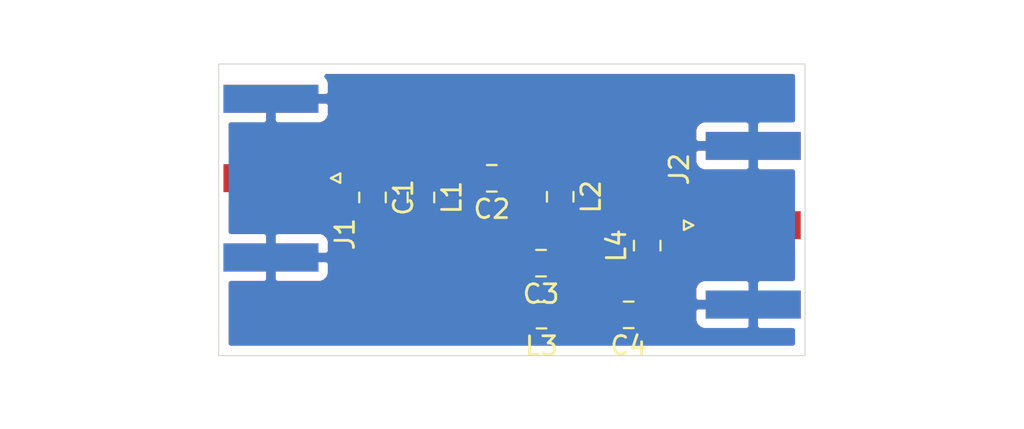
<source format=kicad_pcb>
(kicad_pcb (version 20171130) (host pcbnew "(6.0.0-rc1-dev-305-gf0b8b21)")

  (general
    (thickness 1.6)
    (drawings 5)
    (tracks 13)
    (zones 0)
    (modules 10)
    (nets 7)
  )

  (page A4)
  (layers
    (0 F.Cu signal)
    (31 B.Cu signal)
    (32 B.Adhes user)
    (33 F.Adhes user)
    (34 B.Paste user)
    (35 F.Paste user)
    (36 B.SilkS user)
    (37 F.SilkS user)
    (38 B.Mask user)
    (39 F.Mask user)
    (40 Dwgs.User user)
    (41 Cmts.User user)
    (42 Eco1.User user)
    (43 Eco2.User user)
    (44 Edge.Cuts user)
    (45 Margin user)
    (46 B.CrtYd user)
    (47 F.CrtYd user)
    (48 B.Fab user)
    (49 F.Fab user)
  )

  (setup
    (last_trace_width 0.25)
    (trace_clearance 0.2)
    (zone_clearance 0.508)
    (zone_45_only no)
    (trace_min 0.2)
    (via_size 0.8)
    (via_drill 0.4)
    (via_min_size 0.4)
    (via_min_drill 0.3)
    (uvia_size 0.3)
    (uvia_drill 0.1)
    (uvias_allowed no)
    (uvia_min_size 0.2)
    (uvia_min_drill 0.1)
    (edge_width 0.05)
    (segment_width 0.2)
    (pcb_text_width 0.3)
    (pcb_text_size 1.5 1.5)
    (mod_edge_width 0.12)
    (mod_text_size 1 1)
    (mod_text_width 0.15)
    (pad_size 1.524 1.524)
    (pad_drill 0.762)
    (pad_to_mask_clearance 0.2)
    (aux_axis_origin 0 0)
    (visible_elements FFFFFF7F)
    (pcbplotparams
      (layerselection 0x01000_ffffffff)
      (usegerberextensions false)
      (usegerberattributes false)
      (usegerberadvancedattributes false)
      (creategerberjobfile false)
      (excludeedgelayer true)
      (linewidth 0.100000)
      (plotframeref false)
      (viasonmask false)
      (mode 1)
      (useauxorigin false)
      (hpglpennumber 1)
      (hpglpenspeed 20)
      (hpglpendiameter 15.000000)
      (psnegative false)
      (psa4output false)
      (plotreference true)
      (plotvalue true)
      (plotinvisibletext false)
      (padsonsilk false)
      (subtractmaskfromsilk false)
      (outputformat 1)
      (mirror false)
      (drillshape 0)
      (scaleselection 1)
      (outputdirectory "29.4MHz Bandpass Filter/"))
  )

  (net 0 "")
  (net 1 "Net-(C1-Pad1)")
  (net 2 GND)
  (net 3 "Net-(C2-Pad1)")
  (net 4 "Net-(C3-Pad1)")
  (net 5 "Net-(C4-Pad1)")
  (net 6 "Net-(J2-Pad1)")

  (net_class Default "This is the default net class."
    (clearance 0.2)
    (trace_width 0.25)
    (via_dia 0.8)
    (via_drill 0.4)
    (uvia_dia 0.3)
    (uvia_drill 0.1)
    (add_net GND)
    (add_net "Net-(C1-Pad1)")
    (add_net "Net-(C2-Pad1)")
    (add_net "Net-(C3-Pad1)")
    (add_net "Net-(C4-Pad1)")
    (add_net "Net-(J2-Pad1)")
  )

  (module Capacitor_SMD:C_0805_2012Metric_Pad1.15x1.40mm_HandSolder (layer F.Cu) (tedit 5B36C52B) (tstamp 5E1507B8)
    (at 133.5786 82.3304 270)
    (descr "Capacitor SMD 0805 (2012 Metric), square (rectangular) end terminal, IPC_7351 nominal with elongated pad for handsoldering. (Body size source: https://docs.google.com/spreadsheets/d/1BsfQQcO9C6DZCsRaXUlFlo91Tg2WpOkGARC1WS5S8t0/edit?usp=sharing), generated with kicad-footprint-generator")
    (tags "capacitor handsolder")
    (path /5E150013)
    (attr smd)
    (fp_text reference C1 (at 0 -1.65 270) (layer F.SilkS)
      (effects (font (size 1 1) (thickness 0.15)))
    )
    (fp_text value C (at 0 1.65 270) (layer F.Fab)
      (effects (font (size 1 1) (thickness 0.15)))
    )
    (fp_line (start -1 0.6) (end -1 -0.6) (layer F.Fab) (width 0.1))
    (fp_line (start -1 -0.6) (end 1 -0.6) (layer F.Fab) (width 0.1))
    (fp_line (start 1 -0.6) (end 1 0.6) (layer F.Fab) (width 0.1))
    (fp_line (start 1 0.6) (end -1 0.6) (layer F.Fab) (width 0.1))
    (fp_line (start -0.261252 -0.71) (end 0.261252 -0.71) (layer F.SilkS) (width 0.12))
    (fp_line (start -0.261252 0.71) (end 0.261252 0.71) (layer F.SilkS) (width 0.12))
    (fp_line (start -1.85 0.95) (end -1.85 -0.95) (layer F.CrtYd) (width 0.05))
    (fp_line (start -1.85 -0.95) (end 1.85 -0.95) (layer F.CrtYd) (width 0.05))
    (fp_line (start 1.85 -0.95) (end 1.85 0.95) (layer F.CrtYd) (width 0.05))
    (fp_line (start 1.85 0.95) (end -1.85 0.95) (layer F.CrtYd) (width 0.05))
    (fp_text user %R (at 0 0 270) (layer F.Fab)
      (effects (font (size 0.5 0.5) (thickness 0.08)))
    )
    (pad 1 smd roundrect (at -1.025 0 270) (size 1.15 1.4) (layers F.Cu F.Paste F.Mask) (roundrect_rratio 0.217391)
      (net 1 "Net-(C1-Pad1)"))
    (pad 2 smd roundrect (at 1.025 0 270) (size 1.15 1.4) (layers F.Cu F.Paste F.Mask) (roundrect_rratio 0.217391)
      (net 2 GND))
    (model ${KISYS3DMOD}/Capacitor_SMD.3dshapes/C_0805_2012Metric.wrl
      (at (xyz 0 0 0))
      (scale (xyz 1 1 1))
      (rotate (xyz 0 0 0))
    )
  )

  (module Capacitor_SMD:C_0805_2012Metric_Pad1.15x1.40mm_HandSolder (layer F.Cu) (tedit 5B36C52B) (tstamp 5E1507C9)
    (at 139.963 81.3054 180)
    (descr "Capacitor SMD 0805 (2012 Metric), square (rectangular) end terminal, IPC_7351 nominal with elongated pad for handsoldering. (Body size source: https://docs.google.com/spreadsheets/d/1BsfQQcO9C6DZCsRaXUlFlo91Tg2WpOkGARC1WS5S8t0/edit?usp=sharing), generated with kicad-footprint-generator")
    (tags "capacitor handsolder")
    (path /5E150376)
    (attr smd)
    (fp_text reference C2 (at 0 -1.65 180) (layer F.SilkS)
      (effects (font (size 1 1) (thickness 0.15)))
    )
    (fp_text value C (at 0 1.65 180) (layer F.Fab)
      (effects (font (size 1 1) (thickness 0.15)))
    )
    (fp_text user %R (at 0 0 180) (layer F.Fab)
      (effects (font (size 0.5 0.5) (thickness 0.08)))
    )
    (fp_line (start 1.85 0.95) (end -1.85 0.95) (layer F.CrtYd) (width 0.05))
    (fp_line (start 1.85 -0.95) (end 1.85 0.95) (layer F.CrtYd) (width 0.05))
    (fp_line (start -1.85 -0.95) (end 1.85 -0.95) (layer F.CrtYd) (width 0.05))
    (fp_line (start -1.85 0.95) (end -1.85 -0.95) (layer F.CrtYd) (width 0.05))
    (fp_line (start -0.261252 0.71) (end 0.261252 0.71) (layer F.SilkS) (width 0.12))
    (fp_line (start -0.261252 -0.71) (end 0.261252 -0.71) (layer F.SilkS) (width 0.12))
    (fp_line (start 1 0.6) (end -1 0.6) (layer F.Fab) (width 0.1))
    (fp_line (start 1 -0.6) (end 1 0.6) (layer F.Fab) (width 0.1))
    (fp_line (start -1 -0.6) (end 1 -0.6) (layer F.Fab) (width 0.1))
    (fp_line (start -1 0.6) (end -1 -0.6) (layer F.Fab) (width 0.1))
    (pad 2 smd roundrect (at 1.025 0 180) (size 1.15 1.4) (layers F.Cu F.Paste F.Mask) (roundrect_rratio 0.217391)
      (net 1 "Net-(C1-Pad1)"))
    (pad 1 smd roundrect (at -1.025 0 180) (size 1.15 1.4) (layers F.Cu F.Paste F.Mask) (roundrect_rratio 0.217391)
      (net 3 "Net-(C2-Pad1)"))
    (model ${KISYS3DMOD}/Capacitor_SMD.3dshapes/C_0805_2012Metric.wrl
      (at (xyz 0 0 0))
      (scale (xyz 1 1 1))
      (rotate (xyz 0 0 0))
    )
  )

  (module Capacitor_SMD:C_0805_2012Metric_Pad1.15x1.40mm_HandSolder (layer F.Cu) (tedit 5B36C52B) (tstamp 5E1507DA)
    (at 142.5956 85.852 180)
    (descr "Capacitor SMD 0805 (2012 Metric), square (rectangular) end terminal, IPC_7351 nominal with elongated pad for handsoldering. (Body size source: https://docs.google.com/spreadsheets/d/1BsfQQcO9C6DZCsRaXUlFlo91Tg2WpOkGARC1WS5S8t0/edit?usp=sharing), generated with kicad-footprint-generator")
    (tags "capacitor handsolder")
    (path /5E150479)
    (attr smd)
    (fp_text reference C3 (at 0 -1.65 180) (layer F.SilkS)
      (effects (font (size 1 1) (thickness 0.15)))
    )
    (fp_text value C (at 0 1.65 180) (layer F.Fab)
      (effects (font (size 1 1) (thickness 0.15)))
    )
    (fp_line (start -1 0.6) (end -1 -0.6) (layer F.Fab) (width 0.1))
    (fp_line (start -1 -0.6) (end 1 -0.6) (layer F.Fab) (width 0.1))
    (fp_line (start 1 -0.6) (end 1 0.6) (layer F.Fab) (width 0.1))
    (fp_line (start 1 0.6) (end -1 0.6) (layer F.Fab) (width 0.1))
    (fp_line (start -0.261252 -0.71) (end 0.261252 -0.71) (layer F.SilkS) (width 0.12))
    (fp_line (start -0.261252 0.71) (end 0.261252 0.71) (layer F.SilkS) (width 0.12))
    (fp_line (start -1.85 0.95) (end -1.85 -0.95) (layer F.CrtYd) (width 0.05))
    (fp_line (start -1.85 -0.95) (end 1.85 -0.95) (layer F.CrtYd) (width 0.05))
    (fp_line (start 1.85 -0.95) (end 1.85 0.95) (layer F.CrtYd) (width 0.05))
    (fp_line (start 1.85 0.95) (end -1.85 0.95) (layer F.CrtYd) (width 0.05))
    (fp_text user %R (at 0 0 180) (layer F.Fab)
      (effects (font (size 0.5 0.5) (thickness 0.08)))
    )
    (pad 1 smd roundrect (at -1.025 0 180) (size 1.15 1.4) (layers F.Cu F.Paste F.Mask) (roundrect_rratio 0.217391)
      (net 4 "Net-(C3-Pad1)"))
    (pad 2 smd roundrect (at 1.025 0 180) (size 1.15 1.4) (layers F.Cu F.Paste F.Mask) (roundrect_rratio 0.217391)
      (net 2 GND))
    (model ${KISYS3DMOD}/Capacitor_SMD.3dshapes/C_0805_2012Metric.wrl
      (at (xyz 0 0 0))
      (scale (xyz 1 1 1))
      (rotate (xyz 0 0 0))
    )
  )

  (module Capacitor_SMD:C_0805_2012Metric_Pad1.15x1.40mm_HandSolder (layer F.Cu) (tedit 5B36C52B) (tstamp 5E1507EB)
    (at 147.2856 88.6206 180)
    (descr "Capacitor SMD 0805 (2012 Metric), square (rectangular) end terminal, IPC_7351 nominal with elongated pad for handsoldering. (Body size source: https://docs.google.com/spreadsheets/d/1BsfQQcO9C6DZCsRaXUlFlo91Tg2WpOkGARC1WS5S8t0/edit?usp=sharing), generated with kicad-footprint-generator")
    (tags "capacitor handsolder")
    (path /5E150557)
    (attr smd)
    (fp_text reference C4 (at 0 -1.65 180) (layer F.SilkS)
      (effects (font (size 1 1) (thickness 0.15)))
    )
    (fp_text value C (at 0 1.65 180) (layer F.Fab)
      (effects (font (size 1 1) (thickness 0.15)))
    )
    (fp_text user %R (at 0 0 180) (layer F.Fab)
      (effects (font (size 0.5 0.5) (thickness 0.08)))
    )
    (fp_line (start 1.85 0.95) (end -1.85 0.95) (layer F.CrtYd) (width 0.05))
    (fp_line (start 1.85 -0.95) (end 1.85 0.95) (layer F.CrtYd) (width 0.05))
    (fp_line (start -1.85 -0.95) (end 1.85 -0.95) (layer F.CrtYd) (width 0.05))
    (fp_line (start -1.85 0.95) (end -1.85 -0.95) (layer F.CrtYd) (width 0.05))
    (fp_line (start -0.261252 0.71) (end 0.261252 0.71) (layer F.SilkS) (width 0.12))
    (fp_line (start -0.261252 -0.71) (end 0.261252 -0.71) (layer F.SilkS) (width 0.12))
    (fp_line (start 1 0.6) (end -1 0.6) (layer F.Fab) (width 0.1))
    (fp_line (start 1 -0.6) (end 1 0.6) (layer F.Fab) (width 0.1))
    (fp_line (start -1 -0.6) (end 1 -0.6) (layer F.Fab) (width 0.1))
    (fp_line (start -1 0.6) (end -1 -0.6) (layer F.Fab) (width 0.1))
    (pad 2 smd roundrect (at 1.025 0 180) (size 1.15 1.4) (layers F.Cu F.Paste F.Mask) (roundrect_rratio 0.217391)
      (net 4 "Net-(C3-Pad1)"))
    (pad 1 smd roundrect (at -1.025 0 180) (size 1.15 1.4) (layers F.Cu F.Paste F.Mask) (roundrect_rratio 0.217391)
      (net 5 "Net-(C4-Pad1)"))
    (model ${KISYS3DMOD}/Capacitor_SMD.3dshapes/C_0805_2012Metric.wrl
      (at (xyz 0 0 0))
      (scale (xyz 1 1 1))
      (rotate (xyz 0 0 0))
    )
  )

  (module Connector_Coaxial:SMA_Amphenol_132289_EdgeMount (layer F.Cu) (tedit 5A1C1810) (tstamp 5E15080E)
    (at 128.143 81.297001 180)
    (descr http://www.amphenolrf.com/132289.html)
    (tags SMA)
    (path /5E150695)
    (attr smd)
    (fp_text reference J1 (at -3.96 -3 270) (layer F.SilkS)
      (effects (font (size 1 1) (thickness 0.15)))
    )
    (fp_text value Conn_Coaxial (at 5 6 180) (layer F.Fab)
      (effects (font (size 1 1) (thickness 0.15)))
    )
    (fp_line (start -3.71 0.25) (end -3.21 0) (layer F.SilkS) (width 0.12))
    (fp_line (start -3.71 -0.25) (end -3.71 0.25) (layer F.SilkS) (width 0.12))
    (fp_line (start -3.21 0) (end -3.71 -0.25) (layer F.SilkS) (width 0.12))
    (fp_line (start 3.54 0) (end 2.54 0.75) (layer F.Fab) (width 0.1))
    (fp_line (start 2.54 -0.75) (end 3.54 0) (layer F.Fab) (width 0.1))
    (fp_text user %R (at 4.79 0 90) (layer F.Fab)
      (effects (font (size 1 1) (thickness 0.15)))
    )
    (fp_line (start 14.47 -5.58) (end -3.04 -5.58) (layer F.CrtYd) (width 0.05))
    (fp_line (start 14.47 -5.58) (end 14.47 5.58) (layer F.CrtYd) (width 0.05))
    (fp_line (start 14.47 5.58) (end -3.04 5.58) (layer F.CrtYd) (width 0.05))
    (fp_line (start -3.04 5.58) (end -3.04 -5.58) (layer F.CrtYd) (width 0.05))
    (fp_line (start 14.47 -5.58) (end -3.04 -5.58) (layer B.CrtYd) (width 0.05))
    (fp_line (start 14.47 -5.58) (end 14.47 5.58) (layer B.CrtYd) (width 0.05))
    (fp_line (start 14.47 5.58) (end -3.04 5.58) (layer B.CrtYd) (width 0.05))
    (fp_line (start -3.04 5.58) (end -3.04 -5.58) (layer B.CrtYd) (width 0.05))
    (fp_line (start 4.445 -3.81) (end 13.97 -3.81) (layer F.Fab) (width 0.1))
    (fp_line (start 13.97 -3.81) (end 13.97 3.81) (layer F.Fab) (width 0.1))
    (fp_line (start 13.97 3.81) (end 4.445 3.81) (layer F.Fab) (width 0.1))
    (fp_line (start 4.445 5.08) (end 4.445 3.81) (layer F.Fab) (width 0.1))
    (fp_line (start 4.445 -3.81) (end 4.445 -5.08) (layer F.Fab) (width 0.1))
    (fp_line (start -1.91 -5.08) (end 4.445 -5.08) (layer F.Fab) (width 0.1))
    (fp_line (start -1.91 -5.08) (end -1.91 -3.81) (layer F.Fab) (width 0.1))
    (fp_line (start -1.91 -3.81) (end 2.54 -3.81) (layer F.Fab) (width 0.1))
    (fp_line (start 2.54 -3.81) (end 2.54 3.81) (layer F.Fab) (width 0.1))
    (fp_line (start 2.54 3.81) (end -1.91 3.81) (layer F.Fab) (width 0.1))
    (fp_line (start -1.91 3.81) (end -1.91 5.08) (layer F.Fab) (width 0.1))
    (fp_line (start -1.91 5.08) (end 4.445 5.08) (layer F.Fab) (width 0.1))
    (pad 2 smd rect (at 0 4.25 270) (size 1.5 5.08) (layers B.Cu B.Paste B.Mask)
      (net 2 GND))
    (pad 2 smd rect (at 0 -4.25 270) (size 1.5 5.08) (layers B.Cu B.Paste B.Mask)
      (net 2 GND))
    (pad 2 smd rect (at 0 4.25 270) (size 1.5 5.08) (layers F.Cu F.Paste F.Mask)
      (net 2 GND))
    (pad 2 smd rect (at 0 -4.25 270) (size 1.5 5.08) (layers F.Cu F.Paste F.Mask)
      (net 2 GND))
    (pad 1 smd rect (at 0 0 270) (size 1.5 5.08) (layers F.Cu F.Paste F.Mask)
      (net 1 "Net-(C1-Pad1)"))
    (model ${KISYS3DMOD}/Connector_Coaxial.3dshapes/SMA_Amphenol_132289_EdgeMount.wrl
      (at (xyz 0 0 0))
      (scale (xyz 1 1 1))
      (rotate (xyz 0 0 0))
    )
  )

  (module Connector_Coaxial:SMA_Amphenol_132289_EdgeMount (layer F.Cu) (tedit 5A1C1810) (tstamp 5E150831)
    (at 153.9494 83.82)
    (descr http://www.amphenolrf.com/132289.html)
    (tags SMA)
    (path /5E150C14)
    (attr smd)
    (fp_text reference J2 (at -3.96 -3 90) (layer F.SilkS)
      (effects (font (size 1 1) (thickness 0.15)))
    )
    (fp_text value Conn_Coaxial (at 5 6) (layer F.Fab)
      (effects (font (size 1 1) (thickness 0.15)))
    )
    (fp_line (start -1.91 5.08) (end 4.445 5.08) (layer F.Fab) (width 0.1))
    (fp_line (start -1.91 3.81) (end -1.91 5.08) (layer F.Fab) (width 0.1))
    (fp_line (start 2.54 3.81) (end -1.91 3.81) (layer F.Fab) (width 0.1))
    (fp_line (start 2.54 -3.81) (end 2.54 3.81) (layer F.Fab) (width 0.1))
    (fp_line (start -1.91 -3.81) (end 2.54 -3.81) (layer F.Fab) (width 0.1))
    (fp_line (start -1.91 -5.08) (end -1.91 -3.81) (layer F.Fab) (width 0.1))
    (fp_line (start -1.91 -5.08) (end 4.445 -5.08) (layer F.Fab) (width 0.1))
    (fp_line (start 4.445 -3.81) (end 4.445 -5.08) (layer F.Fab) (width 0.1))
    (fp_line (start 4.445 5.08) (end 4.445 3.81) (layer F.Fab) (width 0.1))
    (fp_line (start 13.97 3.81) (end 4.445 3.81) (layer F.Fab) (width 0.1))
    (fp_line (start 13.97 -3.81) (end 13.97 3.81) (layer F.Fab) (width 0.1))
    (fp_line (start 4.445 -3.81) (end 13.97 -3.81) (layer F.Fab) (width 0.1))
    (fp_line (start -3.04 5.58) (end -3.04 -5.58) (layer B.CrtYd) (width 0.05))
    (fp_line (start 14.47 5.58) (end -3.04 5.58) (layer B.CrtYd) (width 0.05))
    (fp_line (start 14.47 -5.58) (end 14.47 5.58) (layer B.CrtYd) (width 0.05))
    (fp_line (start 14.47 -5.58) (end -3.04 -5.58) (layer B.CrtYd) (width 0.05))
    (fp_line (start -3.04 5.58) (end -3.04 -5.58) (layer F.CrtYd) (width 0.05))
    (fp_line (start 14.47 5.58) (end -3.04 5.58) (layer F.CrtYd) (width 0.05))
    (fp_line (start 14.47 -5.58) (end 14.47 5.58) (layer F.CrtYd) (width 0.05))
    (fp_line (start 14.47 -5.58) (end -3.04 -5.58) (layer F.CrtYd) (width 0.05))
    (fp_text user %R (at 4.79 0 270) (layer F.Fab)
      (effects (font (size 1 1) (thickness 0.15)))
    )
    (fp_line (start 2.54 -0.75) (end 3.54 0) (layer F.Fab) (width 0.1))
    (fp_line (start 3.54 0) (end 2.54 0.75) (layer F.Fab) (width 0.1))
    (fp_line (start -3.21 0) (end -3.71 -0.25) (layer F.SilkS) (width 0.12))
    (fp_line (start -3.71 -0.25) (end -3.71 0.25) (layer F.SilkS) (width 0.12))
    (fp_line (start -3.71 0.25) (end -3.21 0) (layer F.SilkS) (width 0.12))
    (pad 1 smd rect (at 0 0 90) (size 1.5 5.08) (layers F.Cu F.Paste F.Mask)
      (net 6 "Net-(J2-Pad1)"))
    (pad 2 smd rect (at 0 -4.25 90) (size 1.5 5.08) (layers F.Cu F.Paste F.Mask)
      (net 2 GND))
    (pad 2 smd rect (at 0 4.25 90) (size 1.5 5.08) (layers F.Cu F.Paste F.Mask)
      (net 2 GND))
    (pad 2 smd rect (at 0 -4.25 90) (size 1.5 5.08) (layers B.Cu B.Paste B.Mask)
      (net 2 GND))
    (pad 2 smd rect (at 0 4.25 90) (size 1.5 5.08) (layers B.Cu B.Paste B.Mask)
      (net 2 GND))
    (model ${KISYS3DMOD}/Connector_Coaxial.3dshapes/SMA_Amphenol_132289_EdgeMount.wrl
      (at (xyz 0 0 0))
      (scale (xyz 1 1 1))
      (rotate (xyz 0 0 0))
    )
  )

  (module Inductor_SMD:L_0805_2012Metric_Pad1.15x1.40mm_HandSolder (layer F.Cu) (tedit 5B36C52B) (tstamp 5E150842)
    (at 136.1694 82.3304 270)
    (descr "Capacitor SMD 0805 (2012 Metric), square (rectangular) end terminal, IPC_7351 nominal with elongated pad for handsoldering. (Body size source: https://docs.google.com/spreadsheets/d/1BsfQQcO9C6DZCsRaXUlFlo91Tg2WpOkGARC1WS5S8t0/edit?usp=sharing), generated with kicad-footprint-generator")
    (tags "inductor handsolder")
    (path /5E14FFB1)
    (attr smd)
    (fp_text reference L1 (at 0 -1.65 270) (layer F.SilkS)
      (effects (font (size 1 1) (thickness 0.15)))
    )
    (fp_text value INDUCTOR (at 0 1.65 270) (layer F.Fab)
      (effects (font (size 1 1) (thickness 0.15)))
    )
    (fp_line (start -1 0.6) (end -1 -0.6) (layer F.Fab) (width 0.1))
    (fp_line (start -1 -0.6) (end 1 -0.6) (layer F.Fab) (width 0.1))
    (fp_line (start 1 -0.6) (end 1 0.6) (layer F.Fab) (width 0.1))
    (fp_line (start 1 0.6) (end -1 0.6) (layer F.Fab) (width 0.1))
    (fp_line (start -0.261252 -0.71) (end 0.261252 -0.71) (layer F.SilkS) (width 0.12))
    (fp_line (start -0.261252 0.71) (end 0.261252 0.71) (layer F.SilkS) (width 0.12))
    (fp_line (start -1.85 0.95) (end -1.85 -0.95) (layer F.CrtYd) (width 0.05))
    (fp_line (start -1.85 -0.95) (end 1.85 -0.95) (layer F.CrtYd) (width 0.05))
    (fp_line (start 1.85 -0.95) (end 1.85 0.95) (layer F.CrtYd) (width 0.05))
    (fp_line (start 1.85 0.95) (end -1.85 0.95) (layer F.CrtYd) (width 0.05))
    (fp_text user %R (at 0 0 270) (layer F.Fab)
      (effects (font (size 0.5 0.5) (thickness 0.08)))
    )
    (pad 1 smd roundrect (at -1.025 0 270) (size 1.15 1.4) (layers F.Cu F.Paste F.Mask) (roundrect_rratio 0.217391)
      (net 1 "Net-(C1-Pad1)"))
    (pad 2 smd roundrect (at 1.025 0 270) (size 1.15 1.4) (layers F.Cu F.Paste F.Mask) (roundrect_rratio 0.217391)
      (net 2 GND))
    (model ${KISYS3DMOD}/Inductor_SMD.3dshapes/L_0805_2012Metric.wrl
      (at (xyz 0 0 0))
      (scale (xyz 1 1 1))
      (rotate (xyz 0 0 0))
    )
  )

  (module Inductor_SMD:L_0805_2012Metric_Pad1.15x1.40mm_HandSolder (layer F.Cu) (tedit 5B36C52B) (tstamp 5E150853)
    (at 143.6206 82.296 270)
    (descr "Capacitor SMD 0805 (2012 Metric), square (rectangular) end terminal, IPC_7351 nominal with elongated pad for handsoldering. (Body size source: https://docs.google.com/spreadsheets/d/1BsfQQcO9C6DZCsRaXUlFlo91Tg2WpOkGARC1WS5S8t0/edit?usp=sharing), generated with kicad-footprint-generator")
    (tags "inductor handsolder")
    (path /5E150064)
    (attr smd)
    (fp_text reference L2 (at 0 -1.65 270) (layer F.SilkS)
      (effects (font (size 1 1) (thickness 0.15)))
    )
    (fp_text value INDUCTOR (at 0 1.65 270) (layer F.Fab)
      (effects (font (size 1 1) (thickness 0.15)))
    )
    (fp_text user %R (at 0 0 270) (layer F.Fab)
      (effects (font (size 0.5 0.5) (thickness 0.08)))
    )
    (fp_line (start 1.85 0.95) (end -1.85 0.95) (layer F.CrtYd) (width 0.05))
    (fp_line (start 1.85 -0.95) (end 1.85 0.95) (layer F.CrtYd) (width 0.05))
    (fp_line (start -1.85 -0.95) (end 1.85 -0.95) (layer F.CrtYd) (width 0.05))
    (fp_line (start -1.85 0.95) (end -1.85 -0.95) (layer F.CrtYd) (width 0.05))
    (fp_line (start -0.261252 0.71) (end 0.261252 0.71) (layer F.SilkS) (width 0.12))
    (fp_line (start -0.261252 -0.71) (end 0.261252 -0.71) (layer F.SilkS) (width 0.12))
    (fp_line (start 1 0.6) (end -1 0.6) (layer F.Fab) (width 0.1))
    (fp_line (start 1 -0.6) (end 1 0.6) (layer F.Fab) (width 0.1))
    (fp_line (start -1 -0.6) (end 1 -0.6) (layer F.Fab) (width 0.1))
    (fp_line (start -1 0.6) (end -1 -0.6) (layer F.Fab) (width 0.1))
    (pad 2 smd roundrect (at 1.025 0 270) (size 1.15 1.4) (layers F.Cu F.Paste F.Mask) (roundrect_rratio 0.217391)
      (net 4 "Net-(C3-Pad1)"))
    (pad 1 smd roundrect (at -1.025 0 270) (size 1.15 1.4) (layers F.Cu F.Paste F.Mask) (roundrect_rratio 0.217391)
      (net 3 "Net-(C2-Pad1)"))
    (model ${KISYS3DMOD}/Inductor_SMD.3dshapes/L_0805_2012Metric.wrl
      (at (xyz 0 0 0))
      (scale (xyz 1 1 1))
      (rotate (xyz 0 0 0))
    )
  )

  (module Inductor_SMD:L_0805_2012Metric_Pad1.15x1.40mm_HandSolder (layer F.Cu) (tedit 5B36C52B) (tstamp 5E150864)
    (at 142.621 88.637 180)
    (descr "Capacitor SMD 0805 (2012 Metric), square (rectangular) end terminal, IPC_7351 nominal with elongated pad for handsoldering. (Body size source: https://docs.google.com/spreadsheets/d/1BsfQQcO9C6DZCsRaXUlFlo91Tg2WpOkGARC1WS5S8t0/edit?usp=sharing), generated with kicad-footprint-generator")
    (tags "inductor handsolder")
    (path /5E150472)
    (attr smd)
    (fp_text reference L3 (at 0 -1.65 180) (layer F.SilkS)
      (effects (font (size 1 1) (thickness 0.15)))
    )
    (fp_text value INDUCTOR (at 0 1.65 180) (layer F.Fab)
      (effects (font (size 1 1) (thickness 0.15)))
    )
    (fp_line (start -1 0.6) (end -1 -0.6) (layer F.Fab) (width 0.1))
    (fp_line (start -1 -0.6) (end 1 -0.6) (layer F.Fab) (width 0.1))
    (fp_line (start 1 -0.6) (end 1 0.6) (layer F.Fab) (width 0.1))
    (fp_line (start 1 0.6) (end -1 0.6) (layer F.Fab) (width 0.1))
    (fp_line (start -0.261252 -0.71) (end 0.261252 -0.71) (layer F.SilkS) (width 0.12))
    (fp_line (start -0.261252 0.71) (end 0.261252 0.71) (layer F.SilkS) (width 0.12))
    (fp_line (start -1.85 0.95) (end -1.85 -0.95) (layer F.CrtYd) (width 0.05))
    (fp_line (start -1.85 -0.95) (end 1.85 -0.95) (layer F.CrtYd) (width 0.05))
    (fp_line (start 1.85 -0.95) (end 1.85 0.95) (layer F.CrtYd) (width 0.05))
    (fp_line (start 1.85 0.95) (end -1.85 0.95) (layer F.CrtYd) (width 0.05))
    (fp_text user %R (at 0 0 180) (layer F.Fab)
      (effects (font (size 0.5 0.5) (thickness 0.08)))
    )
    (pad 1 smd roundrect (at -1.025 0 180) (size 1.15 1.4) (layers F.Cu F.Paste F.Mask) (roundrect_rratio 0.217391)
      (net 4 "Net-(C3-Pad1)"))
    (pad 2 smd roundrect (at 1.025 0 180) (size 1.15 1.4) (layers F.Cu F.Paste F.Mask) (roundrect_rratio 0.217391)
      (net 2 GND))
    (model ${KISYS3DMOD}/Inductor_SMD.3dshapes/L_0805_2012Metric.wrl
      (at (xyz 0 0 0))
      (scale (xyz 1 1 1))
      (rotate (xyz 0 0 0))
    )
  )

  (module Inductor_SMD:L_0805_2012Metric_Pad1.15x1.40mm_HandSolder (layer F.Cu) (tedit 5B36C52B) (tstamp 5E150875)
    (at 148.2762 84.9122 90)
    (descr "Capacitor SMD 0805 (2012 Metric), square (rectangular) end terminal, IPC_7351 nominal with elongated pad for handsoldering. (Body size source: https://docs.google.com/spreadsheets/d/1BsfQQcO9C6DZCsRaXUlFlo91Tg2WpOkGARC1WS5S8t0/edit?usp=sharing), generated with kicad-footprint-generator")
    (tags "inductor handsolder")
    (path /5E150550)
    (attr smd)
    (fp_text reference L4 (at 0 -1.65 90) (layer F.SilkS)
      (effects (font (size 1 1) (thickness 0.15)))
    )
    (fp_text value INDUCTOR (at 0 1.65 90) (layer F.Fab)
      (effects (font (size 1 1) (thickness 0.15)))
    )
    (fp_text user %R (at 0 0 90) (layer F.Fab)
      (effects (font (size 0.5 0.5) (thickness 0.08)))
    )
    (fp_line (start 1.85 0.95) (end -1.85 0.95) (layer F.CrtYd) (width 0.05))
    (fp_line (start 1.85 -0.95) (end 1.85 0.95) (layer F.CrtYd) (width 0.05))
    (fp_line (start -1.85 -0.95) (end 1.85 -0.95) (layer F.CrtYd) (width 0.05))
    (fp_line (start -1.85 0.95) (end -1.85 -0.95) (layer F.CrtYd) (width 0.05))
    (fp_line (start -0.261252 0.71) (end 0.261252 0.71) (layer F.SilkS) (width 0.12))
    (fp_line (start -0.261252 -0.71) (end 0.261252 -0.71) (layer F.SilkS) (width 0.12))
    (fp_line (start 1 0.6) (end -1 0.6) (layer F.Fab) (width 0.1))
    (fp_line (start 1 -0.6) (end 1 0.6) (layer F.Fab) (width 0.1))
    (fp_line (start -1 -0.6) (end 1 -0.6) (layer F.Fab) (width 0.1))
    (fp_line (start -1 0.6) (end -1 -0.6) (layer F.Fab) (width 0.1))
    (pad 2 smd roundrect (at 1.025 0 90) (size 1.15 1.4) (layers F.Cu F.Paste F.Mask) (roundrect_rratio 0.217391)
      (net 6 "Net-(J2-Pad1)"))
    (pad 1 smd roundrect (at -1.025 0 90) (size 1.15 1.4) (layers F.Cu F.Paste F.Mask) (roundrect_rratio 0.217391)
      (net 5 "Net-(C4-Pad1)"))
    (model ${KISYS3DMOD}/Inductor_SMD.3dshapes/L_0805_2012Metric.wrl
      (at (xyz 0 0 0))
      (scale (xyz 1 1 1))
      (rotate (xyz 0 0 0))
    )
  )

  (gr_line (start 156.718 75.184) (end 125.349 75.184) (layer Edge.Cuts) (width 0.05))
  (gr_line (start 156.718 90.805) (end 156.718 75.184) (layer Edge.Cuts) (width 0.05))
  (gr_line (start 125.349 90.805) (end 156.718 90.805) (layer Edge.Cuts) (width 0.05))
  (gr_line (start 125.349 89.662) (end 125.349 90.805) (layer Edge.Cuts) (width 0.05))
  (gr_line (start 125.349 75.184) (end 125.349 89.662) (layer Edge.Cuts) (width 0.05))

  (segment (start 138.929601 81.297001) (end 138.938 81.3054) (width 0.25) (layer F.Cu) (net 1))
  (segment (start 128.143 81.297001) (end 138.929601 81.297001) (width 0.25) (layer F.Cu) (net 1))
  (segment (start 143.5862 81.3054) (end 143.6206 81.271) (width 0.25) (layer F.Cu) (net 3))
  (segment (start 140.988 81.3054) (end 143.5862 81.3054) (width 0.25) (layer F.Cu) (net 3))
  (segment (start 143.6206 83.321) (end 143.6206 85.852) (width 0.25) (layer F.Cu) (net 4))
  (segment (start 146.2442 88.637) (end 146.2606 88.6206) (width 0.25) (layer F.Cu) (net 4))
  (segment (start 143.646 88.637) (end 146.2442 88.637) (width 0.25) (layer F.Cu) (net 4))
  (segment (start 143.6206 88.6116) (end 143.646 88.637) (width 0.25) (layer F.Cu) (net 4))
  (segment (start 143.6206 85.852) (end 143.6206 88.6116) (width 0.25) (layer F.Cu) (net 4))
  (segment (start 148.3106 85.9716) (end 148.2762 85.9372) (width 0.25) (layer F.Cu) (net 5))
  (segment (start 148.3106 88.6206) (end 148.3106 85.9716) (width 0.25) (layer F.Cu) (net 5))
  (segment (start 153.8822 83.8872) (end 153.9494 83.82) (width 0.25) (layer F.Cu) (net 6))
  (segment (start 148.2762 83.8872) (end 153.8822 83.8872) (width 0.25) (layer F.Cu) (net 6))

  (zone (net 2) (net_name GND) (layer F.Cu) (tstamp 5E1516CD) (hatch edge 0.508)
    (connect_pads (clearance 0.508))
    (min_thickness 0.254)
    (fill yes (arc_segments 16) (thermal_gap 0.508) (thermal_bridge_width 0.508))
    (polygon
      (pts
        (xy 124.333 71.755) (xy 124.206 94.234) (xy 160.655 94.361) (xy 160.655 71.755)
      )
    )
    (filled_polygon
      (pts
        (xy 132.494014 82.264986) (xy 132.495197 82.265777) (xy 132.340273 82.420702) (xy 132.2436 82.654091) (xy 132.2436 83.06965)
        (xy 132.40235 83.2284) (xy 133.4516 83.2284) (xy 133.4516 83.2084) (xy 133.7056 83.2084) (xy 133.7056 83.2284)
        (xy 134.75485 83.2284) (xy 134.874 83.10925) (xy 134.99315 83.2284) (xy 136.0424 83.2284) (xy 136.0424 83.2084)
        (xy 136.2964 83.2084) (xy 136.2964 83.2284) (xy 137.34565 83.2284) (xy 137.5044 83.06965) (xy 137.5044 82.654091)
        (xy 137.407727 82.420702) (xy 137.252803 82.265777) (xy 137.253986 82.264986) (xy 137.392958 82.057001) (xy 137.775552 82.057001)
        (xy 137.783873 82.098836) (xy 137.978414 82.389986) (xy 138.269564 82.584527) (xy 138.612999 82.65284) (xy 139.263001 82.65284)
        (xy 139.606436 82.584527) (xy 139.897586 82.389986) (xy 139.963 82.292087) (xy 140.028414 82.389986) (xy 140.319564 82.584527)
        (xy 140.662999 82.65284) (xy 141.313001 82.65284) (xy 141.656436 82.584527) (xy 141.947586 82.389986) (xy 142.142127 82.098836)
        (xy 142.148778 82.0654) (xy 142.42564 82.0654) (xy 142.536014 82.230586) (xy 142.633913 82.296) (xy 142.536014 82.361414)
        (xy 142.341473 82.652564) (xy 142.27316 82.995999) (xy 142.27316 83.646001) (xy 142.341473 83.989436) (xy 142.536014 84.280586)
        (xy 142.827164 84.475127) (xy 142.8606 84.481778) (xy 142.860601 84.634054) (xy 142.661014 84.767414) (xy 142.660223 84.768597)
        (xy 142.505298 84.613673) (xy 142.271909 84.517) (xy 141.85635 84.517) (xy 141.6976 84.67575) (xy 141.6976 85.725)
        (xy 141.7176 85.725) (xy 141.7176 85.979) (xy 141.6976 85.979) (xy 141.6976 87.02825) (xy 141.85635 87.187)
        (xy 142.271909 87.187) (xy 142.505298 87.090327) (xy 142.660223 86.935403) (xy 142.661014 86.936586) (xy 142.8606 87.069946)
        (xy 142.860601 87.436026) (xy 142.686414 87.552414) (xy 142.685623 87.553597) (xy 142.530698 87.398673) (xy 142.297309 87.302)
        (xy 141.88175 87.302) (xy 141.723 87.46075) (xy 141.723 88.51) (xy 141.743 88.51) (xy 141.743 88.764)
        (xy 141.723 88.764) (xy 141.723 89.81325) (xy 141.88175 89.972) (xy 142.297309 89.972) (xy 142.530698 89.875327)
        (xy 142.685623 89.720403) (xy 142.686414 89.721586) (xy 142.977564 89.916127) (xy 143.320999 89.98444) (xy 143.971001 89.98444)
        (xy 144.314436 89.916127) (xy 144.605586 89.721586) (xy 144.800127 89.430436) (xy 144.806778 89.397) (xy 145.103084 89.397)
        (xy 145.106473 89.414036) (xy 145.301014 89.705186) (xy 145.592164 89.899727) (xy 145.935599 89.96804) (xy 146.585601 89.96804)
        (xy 146.929036 89.899727) (xy 147.220186 89.705186) (xy 147.2856 89.607287) (xy 147.351014 89.705186) (xy 147.642164 89.899727)
        (xy 147.985599 89.96804) (xy 148.635601 89.96804) (xy 148.979036 89.899727) (xy 149.270186 89.705186) (xy 149.464727 89.414036)
        (xy 149.53304 89.070601) (xy 149.53304 88.35575) (xy 150.7744 88.35575) (xy 150.7744 88.946309) (xy 150.871073 89.179698)
        (xy 151.049701 89.358327) (xy 151.28309 89.455) (xy 153.66365 89.455) (xy 153.8224 89.29625) (xy 153.8224 88.197)
        (xy 150.93315 88.197) (xy 150.7744 88.35575) (xy 149.53304 88.35575) (xy 149.53304 88.170599) (xy 149.464727 87.827164)
        (xy 149.270186 87.536014) (xy 149.0706 87.402654) (xy 149.0706 87.193691) (xy 150.7744 87.193691) (xy 150.7744 87.78425)
        (xy 150.93315 87.943) (xy 153.8224 87.943) (xy 153.8224 86.84375) (xy 153.66365 86.685) (xy 151.28309 86.685)
        (xy 151.049701 86.781673) (xy 150.871073 86.960302) (xy 150.7744 87.193691) (xy 149.0706 87.193691) (xy 149.0706 87.090683)
        (xy 149.360786 86.896786) (xy 149.555327 86.605636) (xy 149.62364 86.262201) (xy 149.62364 85.612199) (xy 149.555327 85.268764)
        (xy 149.360786 84.977614) (xy 149.262887 84.9122) (xy 149.360786 84.846786) (xy 149.494146 84.6472) (xy 150.777316 84.6472)
        (xy 150.811243 84.817765) (xy 150.951591 85.027809) (xy 151.161635 85.168157) (xy 151.4094 85.21744) (xy 156.058 85.21744)
        (xy 156.058 86.685) (xy 154.23515 86.685) (xy 154.0764 86.84375) (xy 154.0764 87.943) (xy 154.0964 87.943)
        (xy 154.0964 88.197) (xy 154.0764 88.197) (xy 154.0764 89.29625) (xy 154.23515 89.455) (xy 156.058 89.455)
        (xy 156.058 90.145) (xy 126.009 90.145) (xy 126.009 88.92275) (xy 140.386 88.92275) (xy 140.386 89.46331)
        (xy 140.482673 89.696699) (xy 140.661302 89.875327) (xy 140.894691 89.972) (xy 141.31025 89.972) (xy 141.469 89.81325)
        (xy 141.469 88.764) (xy 140.54475 88.764) (xy 140.386 88.92275) (xy 126.009 88.92275) (xy 126.009 87.81069)
        (xy 140.386 87.81069) (xy 140.386 88.35125) (xy 140.54475 88.51) (xy 141.469 88.51) (xy 141.469 87.46075)
        (xy 141.31025 87.302) (xy 140.894691 87.302) (xy 140.661302 87.398673) (xy 140.482673 87.577301) (xy 140.386 87.81069)
        (xy 126.009 87.81069) (xy 126.009 86.932001) (xy 127.85725 86.932001) (xy 128.016 86.773251) (xy 128.016 85.674001)
        (xy 128.27 85.674001) (xy 128.27 86.773251) (xy 128.42875 86.932001) (xy 130.80931 86.932001) (xy 131.042699 86.835328)
        (xy 131.221327 86.656699) (xy 131.318 86.42331) (xy 131.318 86.13775) (xy 140.3606 86.13775) (xy 140.3606 86.67831)
        (xy 140.457273 86.911699) (xy 140.635902 87.090327) (xy 140.869291 87.187) (xy 141.28485 87.187) (xy 141.4436 87.02825)
        (xy 141.4436 85.979) (xy 140.51935 85.979) (xy 140.3606 86.13775) (xy 131.318 86.13775) (xy 131.318 85.832751)
        (xy 131.15925 85.674001) (xy 128.27 85.674001) (xy 128.016 85.674001) (xy 127.996 85.674001) (xy 127.996 85.420001)
        (xy 128.016 85.420001) (xy 128.016 84.320751) (xy 128.27 84.320751) (xy 128.27 85.420001) (xy 131.15925 85.420001)
        (xy 131.318 85.261251) (xy 131.318 85.02569) (xy 140.3606 85.02569) (xy 140.3606 85.56625) (xy 140.51935 85.725)
        (xy 141.4436 85.725) (xy 141.4436 84.67575) (xy 141.28485 84.517) (xy 140.869291 84.517) (xy 140.635902 84.613673)
        (xy 140.457273 84.792301) (xy 140.3606 85.02569) (xy 131.318 85.02569) (xy 131.318 84.670692) (xy 131.221327 84.437303)
        (xy 131.042699 84.258674) (xy 130.80931 84.162001) (xy 128.42875 84.162001) (xy 128.27 84.320751) (xy 128.016 84.320751)
        (xy 127.85725 84.162001) (xy 126.009 84.162001) (xy 126.009 83.64115) (xy 132.2436 83.64115) (xy 132.2436 84.056709)
        (xy 132.340273 84.290098) (xy 132.518901 84.468727) (xy 132.75229 84.5654) (xy 133.29285 84.5654) (xy 133.4516 84.40665)
        (xy 133.4516 83.4824) (xy 133.7056 83.4824) (xy 133.7056 84.40665) (xy 133.86435 84.5654) (xy 134.40491 84.5654)
        (xy 134.638299 84.468727) (xy 134.816927 84.290098) (xy 134.874 84.152312) (xy 134.931073 84.290098) (xy 135.109701 84.468727)
        (xy 135.34309 84.5654) (xy 135.88365 84.5654) (xy 136.0424 84.40665) (xy 136.0424 83.4824) (xy 136.2964 83.4824)
        (xy 136.2964 84.40665) (xy 136.45515 84.5654) (xy 136.99571 84.5654) (xy 137.229099 84.468727) (xy 137.407727 84.290098)
        (xy 137.5044 84.056709) (xy 137.5044 83.64115) (xy 137.34565 83.4824) (xy 136.2964 83.4824) (xy 136.0424 83.4824)
        (xy 134.99315 83.4824) (xy 134.874 83.60155) (xy 134.75485 83.4824) (xy 133.7056 83.4824) (xy 133.4516 83.4824)
        (xy 132.40235 83.4824) (xy 132.2436 83.64115) (xy 126.009 83.64115) (xy 126.009 82.694441) (xy 130.683 82.694441)
        (xy 130.930765 82.645158) (xy 131.140809 82.50481) (xy 131.281157 82.294766) (xy 131.328451 82.057001) (xy 132.355042 82.057001)
      )
    )
    (filled_polygon
      (pts
        (xy 156.058001 78.185) (xy 154.23515 78.185) (xy 154.0764 78.34375) (xy 154.0764 79.443) (xy 154.0964 79.443)
        (xy 154.0964 79.697) (xy 154.0764 79.697) (xy 154.0764 80.79625) (xy 154.23515 80.955) (xy 156.058001 80.955)
        (xy 156.058001 82.42256) (xy 151.4094 82.42256) (xy 151.161635 82.471843) (xy 150.951591 82.612191) (xy 150.811243 82.822235)
        (xy 150.76196 83.07) (xy 150.76196 83.1272) (xy 149.494146 83.1272) (xy 149.360786 82.927614) (xy 149.069636 82.733073)
        (xy 148.726201 82.66476) (xy 147.826199 82.66476) (xy 147.482764 82.733073) (xy 147.191614 82.927614) (xy 146.997073 83.218764)
        (xy 146.92876 83.562199) (xy 146.92876 84.212201) (xy 146.997073 84.555636) (xy 147.191614 84.846786) (xy 147.289513 84.9122)
        (xy 147.191614 84.977614) (xy 146.997073 85.268764) (xy 146.92876 85.612199) (xy 146.92876 86.262201) (xy 146.997073 86.605636)
        (xy 147.191614 86.896786) (xy 147.482764 87.091327) (xy 147.550601 87.10482) (xy 147.5506 87.402654) (xy 147.351014 87.536014)
        (xy 147.2856 87.633913) (xy 147.220186 87.536014) (xy 146.929036 87.341473) (xy 146.585601 87.27316) (xy 145.935599 87.27316)
        (xy 145.592164 87.341473) (xy 145.301014 87.536014) (xy 145.106473 87.827164) (xy 145.09656 87.877) (xy 144.806778 87.877)
        (xy 144.800127 87.843564) (xy 144.605586 87.552414) (xy 144.3806 87.402083) (xy 144.3806 87.069946) (xy 144.580186 86.936586)
        (xy 144.774727 86.645436) (xy 144.84304 86.302001) (xy 144.84304 85.401999) (xy 144.774727 85.058564) (xy 144.580186 84.767414)
        (xy 144.3806 84.634054) (xy 144.3806 84.481778) (xy 144.414036 84.475127) (xy 144.705186 84.280586) (xy 144.899727 83.989436)
        (xy 144.96804 83.646001) (xy 144.96804 82.995999) (xy 144.899727 82.652564) (xy 144.705186 82.361414) (xy 144.607287 82.296)
        (xy 144.705186 82.230586) (xy 144.899727 81.939436) (xy 144.96804 81.596001) (xy 144.96804 80.945999) (xy 144.899727 80.602564)
        (xy 144.705186 80.311414) (xy 144.414036 80.116873) (xy 144.070601 80.04856) (xy 143.170599 80.04856) (xy 142.827164 80.116873)
        (xy 142.536014 80.311414) (xy 142.379669 80.5454) (xy 142.148778 80.5454) (xy 142.142127 80.511964) (xy 141.947586 80.220814)
        (xy 141.656436 80.026273) (xy 141.313001 79.95796) (xy 140.662999 79.95796) (xy 140.319564 80.026273) (xy 140.028414 80.220814)
        (xy 139.963 80.318713) (xy 139.897586 80.220814) (xy 139.606436 80.026273) (xy 139.263001 79.95796) (xy 138.612999 79.95796)
        (xy 138.269564 80.026273) (xy 137.978414 80.220814) (xy 137.783873 80.511964) (xy 137.778893 80.537001) (xy 137.381734 80.537001)
        (xy 137.253986 80.345814) (xy 136.962836 80.151273) (xy 136.619401 80.08296) (xy 135.719399 80.08296) (xy 135.375964 80.151273)
        (xy 135.084814 80.345814) (xy 134.957066 80.537001) (xy 134.790934 80.537001) (xy 134.663186 80.345814) (xy 134.372036 80.151273)
        (xy 134.028601 80.08296) (xy 133.128599 80.08296) (xy 132.785164 80.151273) (xy 132.494014 80.345814) (xy 132.366266 80.537001)
        (xy 131.328451 80.537001) (xy 131.281157 80.299236) (xy 131.140809 80.089192) (xy 130.930765 79.948844) (xy 130.683 79.899561)
        (xy 126.009 79.899561) (xy 126.009 79.85575) (xy 150.7744 79.85575) (xy 150.7744 80.446309) (xy 150.871073 80.679698)
        (xy 151.049701 80.858327) (xy 151.28309 80.955) (xy 153.66365 80.955) (xy 153.8224 80.79625) (xy 153.8224 79.697)
        (xy 150.93315 79.697) (xy 150.7744 79.85575) (xy 126.009 79.85575) (xy 126.009 78.693691) (xy 150.7744 78.693691)
        (xy 150.7744 79.28425) (xy 150.93315 79.443) (xy 153.8224 79.443) (xy 153.8224 78.34375) (xy 153.66365 78.185)
        (xy 151.28309 78.185) (xy 151.049701 78.281673) (xy 150.871073 78.460302) (xy 150.7744 78.693691) (xy 126.009 78.693691)
        (xy 126.009 78.432001) (xy 127.85725 78.432001) (xy 128.016 78.273251) (xy 128.016 77.174001) (xy 128.27 77.174001)
        (xy 128.27 78.273251) (xy 128.42875 78.432001) (xy 130.80931 78.432001) (xy 131.042699 78.335328) (xy 131.221327 78.156699)
        (xy 131.318 77.92331) (xy 131.318 77.332751) (xy 131.15925 77.174001) (xy 128.27 77.174001) (xy 128.016 77.174001)
        (xy 127.996 77.174001) (xy 127.996 76.920001) (xy 128.016 76.920001) (xy 128.016 76.900001) (xy 128.27 76.900001)
        (xy 128.27 76.920001) (xy 131.15925 76.920001) (xy 131.318 76.761251) (xy 131.318 76.170692) (xy 131.221327 75.937303)
        (xy 131.128025 75.844) (xy 156.058001 75.844)
      )
    )
  )
  (zone (net 2) (net_name GND) (layer B.Cu) (tstamp 5E1516CA) (hatch edge 0.508)
    (connect_pads (clearance 0.508))
    (min_thickness 0.254)
    (fill yes (arc_segments 16) (thermal_gap 0.508) (thermal_bridge_width 0.508))
    (polygon
      (pts
        (xy 161.163 94.742) (xy 124.079 94.742) (xy 123.825 71.755) (xy 160.909 71.755)
      )
    )
    (filled_polygon
      (pts
        (xy 156.058001 78.185) (xy 154.23515 78.185) (xy 154.0764 78.34375) (xy 154.0764 79.443) (xy 154.0964 79.443)
        (xy 154.0964 79.697) (xy 154.0764 79.697) (xy 154.0764 80.79625) (xy 154.23515 80.955) (xy 156.058001 80.955)
        (xy 156.058 86.685) (xy 154.23515 86.685) (xy 154.0764 86.84375) (xy 154.0764 87.943) (xy 154.0964 87.943)
        (xy 154.0964 88.197) (xy 154.0764 88.197) (xy 154.0764 89.29625) (xy 154.23515 89.455) (xy 156.058 89.455)
        (xy 156.058 90.145) (xy 126.009 90.145) (xy 126.009 88.35575) (xy 150.7744 88.35575) (xy 150.7744 88.946309)
        (xy 150.871073 89.179698) (xy 151.049701 89.358327) (xy 151.28309 89.455) (xy 153.66365 89.455) (xy 153.8224 89.29625)
        (xy 153.8224 88.197) (xy 150.93315 88.197) (xy 150.7744 88.35575) (xy 126.009 88.35575) (xy 126.009 87.193691)
        (xy 150.7744 87.193691) (xy 150.7744 87.78425) (xy 150.93315 87.943) (xy 153.8224 87.943) (xy 153.8224 86.84375)
        (xy 153.66365 86.685) (xy 151.28309 86.685) (xy 151.049701 86.781673) (xy 150.871073 86.960302) (xy 150.7744 87.193691)
        (xy 126.009 87.193691) (xy 126.009 86.932001) (xy 127.85725 86.932001) (xy 128.016 86.773251) (xy 128.016 85.674001)
        (xy 128.27 85.674001) (xy 128.27 86.773251) (xy 128.42875 86.932001) (xy 130.80931 86.932001) (xy 131.042699 86.835328)
        (xy 131.221327 86.656699) (xy 131.318 86.42331) (xy 131.318 85.832751) (xy 131.15925 85.674001) (xy 128.27 85.674001)
        (xy 128.016 85.674001) (xy 127.996 85.674001) (xy 127.996 85.420001) (xy 128.016 85.420001) (xy 128.016 84.320751)
        (xy 128.27 84.320751) (xy 128.27 85.420001) (xy 131.15925 85.420001) (xy 131.318 85.261251) (xy 131.318 84.670692)
        (xy 131.221327 84.437303) (xy 131.042699 84.258674) (xy 130.80931 84.162001) (xy 128.42875 84.162001) (xy 128.27 84.320751)
        (xy 128.016 84.320751) (xy 127.85725 84.162001) (xy 126.009 84.162001) (xy 126.009 79.85575) (xy 150.7744 79.85575)
        (xy 150.7744 80.446309) (xy 150.871073 80.679698) (xy 151.049701 80.858327) (xy 151.28309 80.955) (xy 153.66365 80.955)
        (xy 153.8224 80.79625) (xy 153.8224 79.697) (xy 150.93315 79.697) (xy 150.7744 79.85575) (xy 126.009 79.85575)
        (xy 126.009 78.693691) (xy 150.7744 78.693691) (xy 150.7744 79.28425) (xy 150.93315 79.443) (xy 153.8224 79.443)
        (xy 153.8224 78.34375) (xy 153.66365 78.185) (xy 151.28309 78.185) (xy 151.049701 78.281673) (xy 150.871073 78.460302)
        (xy 150.7744 78.693691) (xy 126.009 78.693691) (xy 126.009 78.432001) (xy 127.85725 78.432001) (xy 128.016 78.273251)
        (xy 128.016 77.174001) (xy 128.27 77.174001) (xy 128.27 78.273251) (xy 128.42875 78.432001) (xy 130.80931 78.432001)
        (xy 131.042699 78.335328) (xy 131.221327 78.156699) (xy 131.318 77.92331) (xy 131.318 77.332751) (xy 131.15925 77.174001)
        (xy 128.27 77.174001) (xy 128.016 77.174001) (xy 127.996 77.174001) (xy 127.996 76.920001) (xy 128.016 76.920001)
        (xy 128.016 76.900001) (xy 128.27 76.900001) (xy 128.27 76.920001) (xy 131.15925 76.920001) (xy 131.318 76.761251)
        (xy 131.318 76.170692) (xy 131.221327 75.937303) (xy 131.128025 75.844) (xy 156.058001 75.844)
      )
    )
  )
)

</source>
